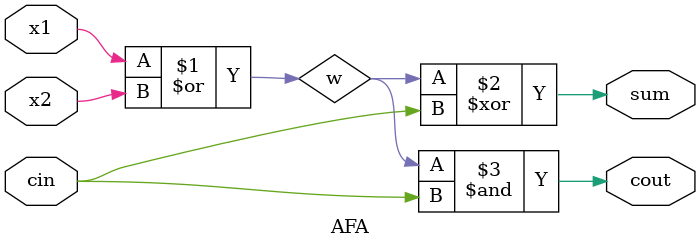
<source format=v>
/*
Approximate Full Adder
*/

module AFA (
    input x1, x2, cin,
    output sum, cout
);

    wire w;
    assign w = x1 | x2;
    assign sum = w ^ cin;
    assign cout = w & cin;

endmodule
</source>
